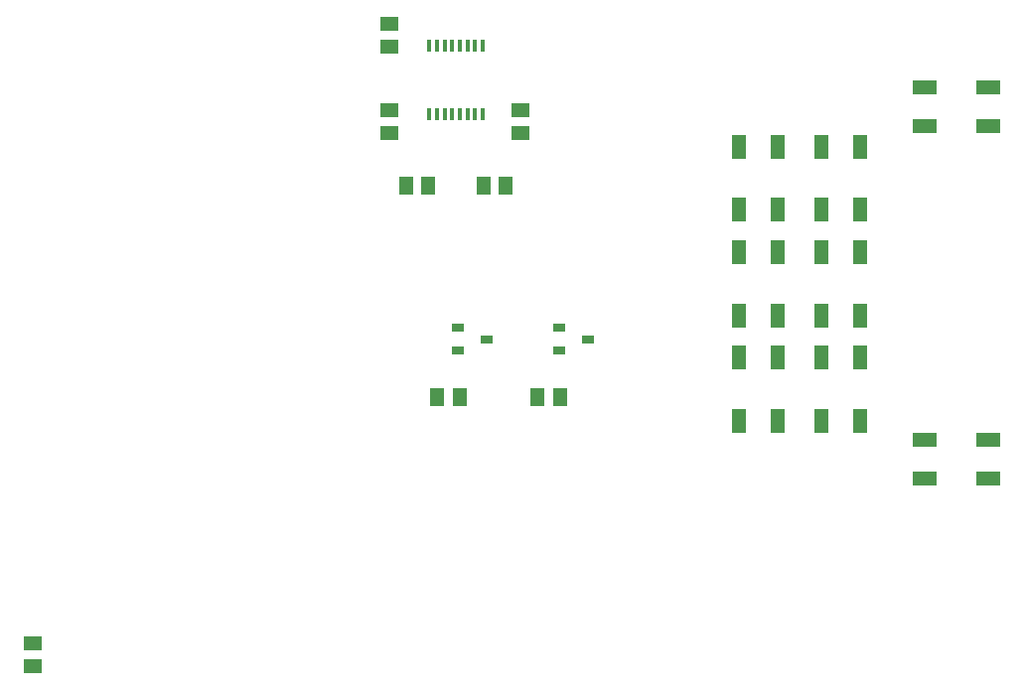
<source format=gbr>
G04 EAGLE Gerber RS-274X export*
G75*
%MOMM*%
%FSLAX34Y34*%
%LPD*%
%INSolderpaste Top*%
%IPPOS*%
%AMOC8*
5,1,8,0,0,1.08239X$1,22.5*%
G01*
%ADD10R,1.500000X1.300000*%
%ADD11R,1.300000X1.500000*%
%ADD12R,0.304800X0.990600*%
%ADD13R,1.000000X0.700000*%
%ADD14R,1.200000X2.000000*%
%ADD15R,2.000000X1.200000*%


D10*
X55960Y174280D03*
X55960Y155280D03*
D11*
X392890Y564830D03*
X373890Y564830D03*
X458930Y564830D03*
X439930Y564830D03*
D10*
X359260Y628940D03*
X359260Y609940D03*
X471020Y609940D03*
X471020Y628940D03*
X359260Y702600D03*
X359260Y683600D03*
D12*
X393660Y625822D03*
X400160Y625822D03*
X406660Y625822D03*
X413160Y625822D03*
X419660Y625822D03*
X426160Y625822D03*
X432660Y625822D03*
X439160Y625822D03*
X439160Y684178D03*
X432660Y684178D03*
X426160Y684178D03*
X419660Y684178D03*
X413160Y684178D03*
X406660Y684178D03*
X400160Y684178D03*
X393660Y684178D03*
D13*
X504740Y443520D03*
X504740Y424520D03*
X528740Y434020D03*
X418380Y443520D03*
X418380Y424520D03*
X442380Y434020D03*
D11*
X504880Y384490D03*
X485880Y384490D03*
X419560Y384490D03*
X400560Y384490D03*
D14*
X760950Y508300D03*
X727950Y508300D03*
X760950Y454300D03*
X727950Y454300D03*
X760950Y598300D03*
X727950Y598300D03*
X760950Y544300D03*
X727950Y544300D03*
X690950Y418300D03*
X657950Y418300D03*
X690950Y364300D03*
X657950Y364300D03*
X690950Y508300D03*
X657950Y508300D03*
X690950Y454300D03*
X657950Y454300D03*
X760950Y418300D03*
X727950Y418300D03*
X760950Y364300D03*
X727950Y364300D03*
X690950Y598300D03*
X657950Y598300D03*
X690950Y544300D03*
X657950Y544300D03*
D15*
X870280Y616070D03*
X870280Y649070D03*
X816280Y616070D03*
X816280Y649070D03*
X870280Y314800D03*
X870280Y347800D03*
X816280Y314800D03*
X816280Y347800D03*
M02*

</source>
